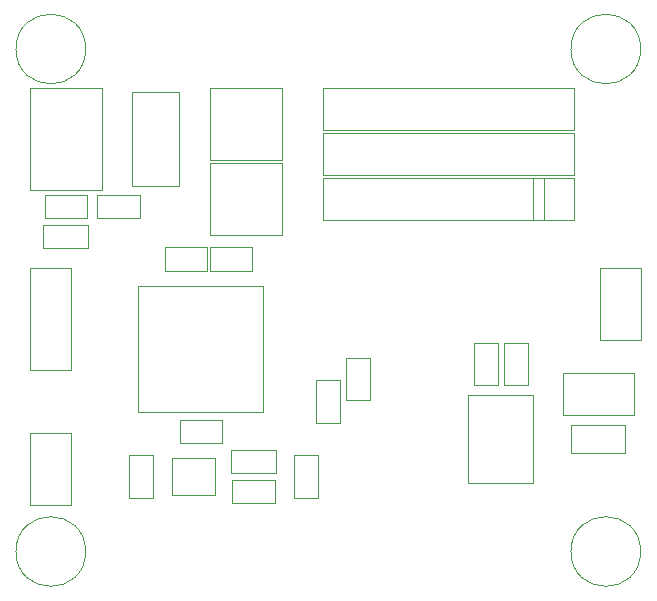
<source format=gbr>
G04 #@! TF.FileFunction,Other,User*
%FSLAX46Y46*%
G04 Gerber Fmt 4.6, Leading zero omitted, Abs format (unit mm)*
G04 Created by KiCad (PCBNEW 4.0.3-stable) date 10/09/16 09:38:23*
%MOMM*%
%LPD*%
G01*
G04 APERTURE LIST*
%ADD10C,0.100000*%
%ADD11C,0.050000*%
G04 APERTURE END LIST*
D10*
D11*
X99270000Y-69910000D02*
X93770000Y-69910000D01*
X99270000Y-77410000D02*
X93770000Y-77410000D01*
X99270000Y-69910000D02*
X99270000Y-77410000D01*
X93770000Y-69910000D02*
X93770000Y-77410000D01*
X102715000Y-51590000D02*
X99215000Y-51590000D01*
X102715000Y-55090000D02*
X99215000Y-55090000D01*
X102715000Y-51590000D02*
X102715000Y-55090000D01*
X99215000Y-51590000D02*
X99215000Y-55090000D01*
X65820000Y-71340000D02*
X76420000Y-71340000D01*
X65820000Y-60740000D02*
X76420000Y-60740000D01*
X65820000Y-71340000D02*
X65820000Y-60740000D01*
X76420000Y-71340000D02*
X76420000Y-60740000D01*
X69320000Y-72025000D02*
X72920000Y-72025000D01*
X69320000Y-74025000D02*
X72920000Y-74025000D01*
X69320000Y-72025000D02*
X69320000Y-74025000D01*
X72920000Y-72025000D02*
X72920000Y-74025000D01*
X75460000Y-59420000D02*
X71860000Y-59420000D01*
X75460000Y-57420000D02*
X71860000Y-57420000D01*
X75460000Y-59420000D02*
X75460000Y-57420000D01*
X71860000Y-59420000D02*
X71860000Y-57420000D01*
X68050000Y-57420000D02*
X71650000Y-57420000D01*
X68050000Y-59420000D02*
X71650000Y-59420000D01*
X68050000Y-57420000D02*
X68050000Y-59420000D01*
X71650000Y-57420000D02*
X71650000Y-59420000D01*
X65040000Y-78635000D02*
X65040000Y-75035000D01*
X67040000Y-78635000D02*
X67040000Y-75035000D01*
X65040000Y-78635000D02*
X67040000Y-78635000D01*
X65040000Y-75035000D02*
X67040000Y-75035000D01*
X81010000Y-75035000D02*
X81010000Y-78635000D01*
X79010000Y-75035000D02*
X79010000Y-78635000D01*
X81010000Y-75035000D02*
X79010000Y-75035000D01*
X81010000Y-78635000D02*
X79010000Y-78635000D01*
X80915000Y-72285000D02*
X80915000Y-68685000D01*
X82915000Y-72285000D02*
X82915000Y-68685000D01*
X80915000Y-72285000D02*
X82915000Y-72285000D01*
X80915000Y-68685000D02*
X82915000Y-68685000D01*
X83455000Y-70380000D02*
X83455000Y-66780000D01*
X85455000Y-70380000D02*
X85455000Y-66780000D01*
X83455000Y-70380000D02*
X85455000Y-70380000D01*
X83455000Y-66780000D02*
X85455000Y-66780000D01*
X96250000Y-65510000D02*
X96250000Y-69110000D01*
X94250000Y-65510000D02*
X94250000Y-69110000D01*
X96250000Y-65510000D02*
X94250000Y-65510000D01*
X96250000Y-69110000D02*
X94250000Y-69110000D01*
X73665000Y-76515000D02*
X73665000Y-74615000D01*
X73665000Y-74615000D02*
X77465000Y-74615000D01*
X77465000Y-74615000D02*
X77465000Y-76515000D01*
X77465000Y-76515000D02*
X73665000Y-76515000D01*
X61590000Y-55565000D02*
X61590000Y-57465000D01*
X61590000Y-57465000D02*
X57790000Y-57465000D01*
X57790000Y-57465000D02*
X57790000Y-55565000D01*
X57790000Y-55565000D02*
X61590000Y-55565000D01*
X56670000Y-79220000D02*
X60170000Y-79220000D01*
X56670000Y-73170000D02*
X60170000Y-73170000D01*
X56670000Y-79220000D02*
X56670000Y-73170000D01*
X60170000Y-79220000D02*
X60170000Y-73170000D01*
X81435000Y-51280000D02*
X102735000Y-51280000D01*
X81435000Y-47780000D02*
X102735000Y-47780000D01*
X81435000Y-51280000D02*
X81435000Y-47780000D01*
X102735000Y-51280000D02*
X102735000Y-47780000D01*
X81435000Y-55090000D02*
X100185000Y-55090000D01*
X81435000Y-51590000D02*
X100185000Y-51590000D01*
X81435000Y-55090000D02*
X81435000Y-51590000D01*
X100185000Y-55090000D02*
X100185000Y-51590000D01*
X81435000Y-47470000D02*
X102735000Y-47470000D01*
X81435000Y-43970000D02*
X102735000Y-43970000D01*
X81435000Y-47470000D02*
X81435000Y-43970000D01*
X102735000Y-47470000D02*
X102735000Y-43970000D01*
X71910000Y-50320000D02*
X71910000Y-56370000D01*
X77960000Y-50320000D02*
X77960000Y-56370000D01*
X71910000Y-50320000D02*
X77960000Y-50320000D01*
X71910000Y-56370000D02*
X77960000Y-56370000D01*
X71910000Y-43970000D02*
X71910000Y-50020000D01*
X77960000Y-43970000D02*
X77960000Y-50020000D01*
X71910000Y-43970000D02*
X77960000Y-43970000D01*
X71910000Y-50020000D02*
X77960000Y-50020000D01*
X107795000Y-68100000D02*
X101745000Y-68100000D01*
X107795000Y-71600000D02*
X101745000Y-71600000D01*
X107795000Y-68100000D02*
X107795000Y-71600000D01*
X101745000Y-68100000D02*
X101745000Y-71600000D01*
X56670000Y-43970000D02*
X56670000Y-52570000D01*
X62720000Y-43970000D02*
X62720000Y-52570000D01*
X56670000Y-43970000D02*
X62720000Y-43970000D01*
X56670000Y-52570000D02*
X62720000Y-52570000D01*
X108430000Y-59210000D02*
X104930000Y-59210000D01*
X108430000Y-65260000D02*
X104930000Y-65260000D01*
X108430000Y-59210000D02*
X108430000Y-65260000D01*
X104930000Y-59210000D02*
X104930000Y-65260000D01*
X56670000Y-59210000D02*
X56670000Y-67810000D01*
X60170000Y-59210000D02*
X60170000Y-67810000D01*
X56670000Y-59210000D02*
X60170000Y-59210000D01*
X56670000Y-67810000D02*
X60170000Y-67810000D01*
X69310000Y-44310000D02*
X69310000Y-52210000D01*
X69310000Y-52210000D02*
X65310000Y-52210000D01*
X65310000Y-52210000D02*
X65310000Y-44310000D01*
X65310000Y-44310000D02*
X69310000Y-44310000D01*
X68685000Y-75235000D02*
X72285000Y-75235000D01*
X72285000Y-75235000D02*
X72285000Y-78435000D01*
X72285000Y-78435000D02*
X68685000Y-78435000D01*
X68685000Y-78435000D02*
X68685000Y-75235000D01*
X73765000Y-77105000D02*
X77365000Y-77105000D01*
X73765000Y-79105000D02*
X77365000Y-79105000D01*
X73765000Y-77105000D02*
X73765000Y-79105000D01*
X77365000Y-77105000D02*
X77365000Y-79105000D01*
X65935000Y-54975000D02*
X62335000Y-54975000D01*
X65935000Y-52975000D02*
X62335000Y-52975000D01*
X65935000Y-54975000D02*
X65935000Y-52975000D01*
X62335000Y-54975000D02*
X62335000Y-52975000D01*
X61490000Y-54975000D02*
X57890000Y-54975000D01*
X61490000Y-52975000D02*
X57890000Y-52975000D01*
X61490000Y-54975000D02*
X61490000Y-52975000D01*
X57890000Y-54975000D02*
X57890000Y-52975000D01*
X98790000Y-65510000D02*
X98790000Y-69110000D01*
X96790000Y-65510000D02*
X96790000Y-69110000D01*
X98790000Y-65510000D02*
X96790000Y-65510000D01*
X98790000Y-69110000D02*
X96790000Y-69110000D01*
X102475000Y-72510000D02*
X107075000Y-72510000D01*
X102475000Y-74810000D02*
X107075000Y-74810000D01*
X102475000Y-72510000D02*
X102475000Y-74810000D01*
X107075000Y-72510000D02*
X107075000Y-74810000D01*
X61370000Y-40640000D02*
G75*
G03X61370000Y-40640000I-2950000J0D01*
G01*
X108360000Y-40640000D02*
G75*
G03X108360000Y-40640000I-2950000J0D01*
G01*
X61370000Y-83185000D02*
G75*
G03X61370000Y-83185000I-2950000J0D01*
G01*
X108360000Y-83185000D02*
G75*
G03X108360000Y-83185000I-2950000J0D01*
G01*
M02*

</source>
